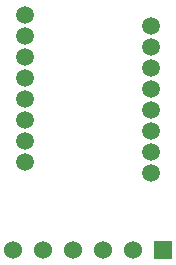
<source format=gts>
%TF.GenerationSoftware,KiCad,Pcbnew,7.0.10*%
%TF.CreationDate,2024-02-19T13:55:26+09:00*%
%TF.ProjectId,trackball,74726163-6b62-4616-9c6c-2e6b69636164,rev?*%
%TF.SameCoordinates,Original*%
%TF.FileFunction,Soldermask,Top*%
%TF.FilePolarity,Negative*%
%FSLAX46Y46*%
G04 Gerber Fmt 4.6, Leading zero omitted, Abs format (unit mm)*
G04 Created by KiCad (PCBNEW 7.0.10) date 2024-02-19 13:55:26*
%MOMM*%
%LPD*%
G01*
G04 APERTURE LIST*
%ADD10R,1.524000X1.524000*%
%ADD11C,1.524000*%
%ADD12C,1.504000*%
G04 APERTURE END LIST*
D10*
%TO.C,J1*%
X53950000Y-64575000D03*
D11*
X51410000Y-64575000D03*
X48870000Y-64575000D03*
X46330000Y-64575000D03*
X43790000Y-64575000D03*
X41250000Y-64575000D03*
%TD*%
D12*
%TO.C,U1*%
X42250000Y-44715000D03*
X42250000Y-46495000D03*
X42250000Y-48275000D03*
X42250000Y-50055000D03*
X42250000Y-51835000D03*
X42250000Y-53615000D03*
X42250000Y-55395000D03*
X42250000Y-57175000D03*
X52950000Y-58065000D03*
X52950000Y-56285000D03*
X52950000Y-54505000D03*
X52950000Y-52725000D03*
X52950000Y-50945000D03*
X52950000Y-49165000D03*
X52950000Y-47385000D03*
X52950000Y-45605000D03*
%TD*%
M02*

</source>
